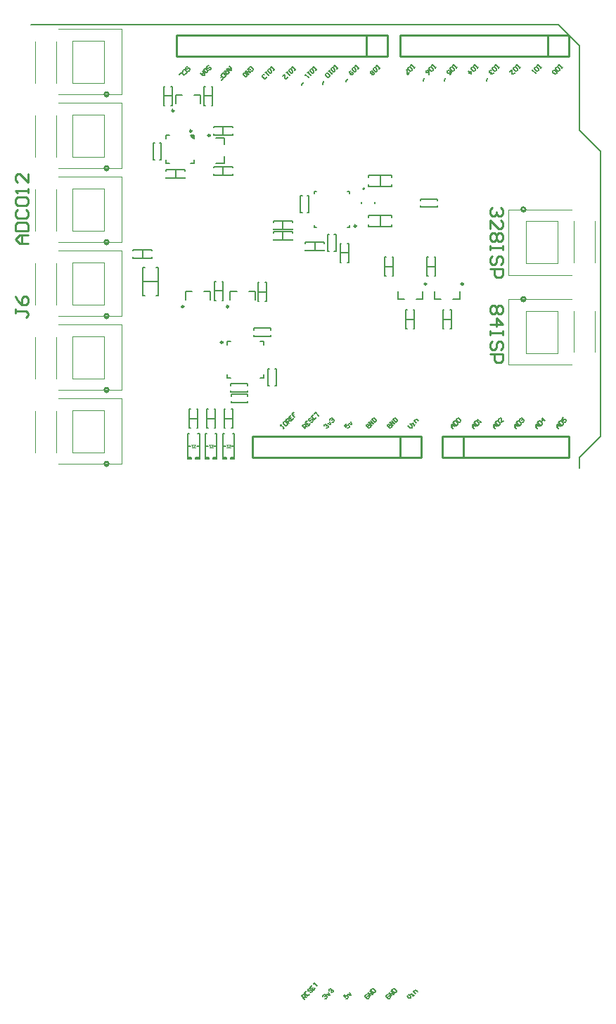
<source format=gto>
G04 Layer_Color=65535*
%FSLAX25Y25*%
%MOIN*%
G70*
G01*
G75*
%ADD39C,0.00200*%
%ADD40C,0.01000*%
%ADD45C,0.00984*%
%ADD46C,0.00787*%
%ADD47C,0.00591*%
%ADD48C,0.00394*%
%ADD49C,0.00500*%
G36*
X77193Y156118D02*
X76406D01*
X75618Y156905D01*
Y157693D01*
X77193D01*
Y156118D01*
D02*
G37*
D39*
X234500Y54500D02*
Y74500D01*
X249500Y54500D02*
Y74500D01*
X234500Y54500D02*
X249500D01*
X234500Y74500D02*
X249500D01*
X267201Y55000D02*
Y74500D01*
X257201Y55000D02*
Y74500D01*
X226301Y80000D02*
X256301D01*
X226301Y49000D02*
Y80000D01*
Y49000D02*
X256301D01*
X234500Y97000D02*
Y117000D01*
X249500Y97000D02*
Y117000D01*
X234500Y97000D02*
X249500D01*
X234500Y117000D02*
X249500D01*
X267201Y97500D02*
Y117000D01*
X257201Y97500D02*
Y117000D01*
X226301Y122500D02*
X256301D01*
X226301Y91500D02*
Y122500D01*
Y91500D02*
X256301D01*
X34500Y112500D02*
Y132500D01*
X19500Y112500D02*
Y132500D01*
X34500D01*
X19500Y112500D02*
X34500D01*
X1799D02*
Y132000D01*
X11799Y112500D02*
Y132000D01*
X12699Y107000D02*
X42699D01*
Y138000D01*
X12699D02*
X42699D01*
X34500Y77500D02*
Y97500D01*
X19500Y77500D02*
Y97500D01*
X34500D01*
X19500Y77500D02*
X34500D01*
X1799D02*
Y97000D01*
X11799Y77500D02*
Y97000D01*
X12699Y72000D02*
X42699D01*
Y103000D01*
X12699D02*
X42699D01*
X34500Y42500D02*
Y62500D01*
X19500Y42500D02*
Y62500D01*
X34500D01*
X19500Y42500D02*
X34500D01*
X1799D02*
Y62000D01*
X11799Y42500D02*
Y62000D01*
X12699Y37000D02*
X42699D01*
Y68000D01*
X12699D02*
X42699D01*
X34500Y7500D02*
Y27500D01*
X19500Y7500D02*
Y27500D01*
X34500D01*
X19500Y7500D02*
X34500D01*
X1799D02*
Y27000D01*
X11799Y7500D02*
Y27000D01*
X12699Y2000D02*
X42699D01*
Y33000D01*
X12699D02*
X42699D01*
X34500Y147500D02*
Y167500D01*
X19500Y147500D02*
Y167500D01*
X34500D01*
X19500Y147500D02*
X34500D01*
X1799D02*
Y167000D01*
X11799Y147500D02*
Y167000D01*
X12699Y142000D02*
X42699D01*
Y173000D01*
X12699D02*
X42699D01*
X34500Y182500D02*
Y202500D01*
X19500Y182500D02*
Y202500D01*
X34500D01*
X19500Y182500D02*
X34500D01*
X1799D02*
Y202000D01*
X11799Y182500D02*
Y202000D01*
X12699Y177000D02*
X42699D01*
Y208000D01*
X12699D02*
X42699D01*
D40*
X234301Y80000D02*
G03*
X234301Y80000I-1000J0D01*
G01*
Y122500D02*
G03*
X234301Y122500I-1000J0D01*
G01*
X36699Y107000D02*
G03*
X36699Y107000I-1000J0D01*
G01*
Y72000D02*
G03*
X36699Y72000I-1000J0D01*
G01*
Y37000D02*
G03*
X36699Y37000I-1000J0D01*
G01*
Y2000D02*
G03*
X36699Y2000I-1000J0D01*
G01*
Y142000D02*
G03*
X36699Y142000I-1000J0D01*
G01*
Y177000D02*
G03*
X36699Y177000I-1000J0D01*
G01*
X255000Y195000D02*
Y205000D01*
X175000Y195000D02*
X255000D01*
X175000D02*
Y205000D01*
X255000D01*
X245000Y195000D02*
Y205000D01*
X195000Y5000D02*
Y10000D01*
Y5000D02*
X205000D01*
Y15000D01*
X255000D01*
Y5000D02*
Y15000D01*
X205000Y5000D02*
X255000D01*
X195000Y15000D02*
X205000D01*
X195000Y10000D02*
Y15000D01*
X159000Y205000D02*
X169000D01*
X69000Y195000D02*
X159000D01*
X69000D02*
Y205000D01*
X159000D01*
Y195000D02*
Y205000D01*
Y195000D02*
X169000D01*
Y205000D01*
X175000Y5000D02*
Y15000D01*
X105000D02*
X185000D01*
X105000Y5000D02*
Y15000D01*
Y5000D02*
X185000D01*
Y15000D01*
X222498Y77000D02*
X223498Y76000D01*
Y74001D01*
X222498Y73001D01*
X221499D01*
X220499Y74001D01*
X219499Y73001D01*
X218500D01*
X217500Y74001D01*
Y76000D01*
X218500Y77000D01*
X219499D01*
X220499Y76000D01*
X221499Y77000D01*
X222498D01*
X220499Y76000D02*
Y74001D01*
X217500Y68003D02*
X223498D01*
X220499Y71002D01*
Y67003D01*
X223498Y65004D02*
Y63004D01*
Y64004D01*
X217500D01*
Y65004D01*
Y63004D01*
X222498Y56007D02*
X223498Y57007D01*
Y59006D01*
X222498Y60005D01*
X221499D01*
X220499Y59006D01*
Y57007D01*
X219499Y56007D01*
X218500D01*
X217500Y57007D01*
Y59006D01*
X218500Y60005D01*
X217500Y54007D02*
X223498D01*
Y51008D01*
X222498Y50009D01*
X220499D01*
X219499Y51008D01*
Y54007D01*
X222498Y123500D02*
X223498Y122500D01*
Y120501D01*
X222498Y119501D01*
X221499D01*
X220499Y120501D01*
Y121501D01*
Y120501D01*
X219499Y119501D01*
X218500D01*
X217500Y120501D01*
Y122500D01*
X218500Y123500D01*
X217500Y113503D02*
Y117502D01*
X221499Y113503D01*
X222498D01*
X223498Y114503D01*
Y116502D01*
X222498Y117502D01*
Y111504D02*
X223498Y110504D01*
Y108505D01*
X222498Y107505D01*
X221499D01*
X220499Y108505D01*
X219499Y107505D01*
X218500D01*
X217500Y108505D01*
Y110504D01*
X218500Y111504D01*
X219499D01*
X220499Y110504D01*
X221499Y111504D01*
X222498D01*
X220499Y110504D02*
Y108505D01*
X223498Y105506D02*
Y103507D01*
Y104506D01*
X217500D01*
Y105506D01*
Y103507D01*
X222498Y96509D02*
X223498Y97508D01*
Y99508D01*
X222498Y100507D01*
X221499D01*
X220499Y99508D01*
Y97508D01*
X219499Y96509D01*
X218500D01*
X217500Y97508D01*
Y99508D01*
X218500Y100507D01*
X217500Y94509D02*
X223498D01*
Y91510D01*
X222498Y90511D01*
X220499D01*
X219499Y91510D01*
Y94509D01*
X-1351Y106450D02*
X-5350D01*
X-7349Y108449D01*
X-5350Y110449D01*
X-1351D01*
X-4350D01*
Y106450D01*
X-7349Y112448D02*
X-1351D01*
Y115447D01*
X-2351Y116447D01*
X-6349D01*
X-7349Y115447D01*
Y112448D01*
X-6349Y122445D02*
X-7349Y121445D01*
Y119446D01*
X-6349Y118446D01*
X-2351D01*
X-1351Y119446D01*
Y121445D01*
X-2351Y122445D01*
X-6349Y124444D02*
X-7349Y125444D01*
Y127443D01*
X-6349Y128443D01*
X-2351D01*
X-1351Y127443D01*
Y125444D01*
X-2351Y124444D01*
X-6349D01*
X-1351Y130442D02*
Y132442D01*
Y131442D01*
X-7349D01*
X-6349Y130442D01*
X-1351Y139439D02*
Y135441D01*
X-5350Y139439D01*
X-6349D01*
X-7349Y138440D01*
Y136440D01*
X-6349Y135441D01*
X-7349Y75449D02*
Y73449D01*
Y74449D01*
X-2351D01*
X-1351Y73449D01*
Y72450D01*
X-2351Y71450D01*
X-7349Y81447D02*
X-6349Y79447D01*
X-4350Y77448D01*
X-2351D01*
X-1351Y78448D01*
Y80447D01*
X-2351Y81447D01*
X-3350D01*
X-4350Y80447D01*
Y77448D01*
D45*
X67647Y169312D02*
G03*
X67647Y169312I-492J0D01*
G01*
X204834Y87209D02*
G03*
X204834Y87209I-492J0D01*
G01*
X187334D02*
G03*
X187334Y87209I-492J0D01*
G01*
X93547Y76472D02*
G03*
X93547Y76472I-492J0D01*
G01*
X76110Y159661D02*
G03*
X76110Y159661I-492J0D01*
G01*
X90772Y59543D02*
G03*
X90772Y59543I-492J0D01*
G01*
X154016Y114626D02*
G03*
X154016Y114626I-492J0D01*
G01*
X72307Y76472D02*
G03*
X72307Y76472I-492J0D01*
G01*
X84804Y157585D02*
G03*
X84804Y157585I-492J0D01*
G01*
D46*
X157953Y132291D02*
G03*
X157953Y132291I-394J0D01*
G01*
X75618Y157693D02*
G03*
X77193Y156118I1575J0D01*
G01*
X77194Y176595D02*
X80246D01*
Y172658D02*
Y176595D01*
X68435D02*
X71486D01*
X68435Y172658D02*
Y176595D01*
X191252Y79925D02*
X194303D01*
X191252D02*
Y83862D01*
X200011Y79925D02*
X203063D01*
Y83862D01*
X173752Y79925D02*
X176803D01*
X173752D02*
Y83862D01*
X182511Y79925D02*
X185563D01*
Y83862D01*
X103094Y83756D02*
X106146D01*
Y79819D02*
Y83756D01*
X94335D02*
X97386D01*
X94335Y79819D02*
Y83756D01*
X75618Y144307D02*
X77193D01*
Y145882D01*
X63807Y144307D02*
Y145882D01*
Y144307D02*
X65382D01*
X63807Y157693D02*
X65382D01*
X63807Y156118D02*
Y157693D01*
X75618D02*
X77193D01*
Y156118D02*
Y157693D01*
X92839Y42811D02*
X94512D01*
X92839D02*
Y44484D01*
X108488Y42811D02*
X110161D01*
Y44484D01*
Y58461D02*
Y60134D01*
X108488D02*
X110161D01*
X92839D02*
X94512D01*
X92839Y58461D02*
Y60134D01*
X149882Y130965D02*
X150965D01*
Y129882D02*
Y130965D01*
X134035D02*
X135118D01*
X134035Y129882D02*
Y130965D01*
Y114035D02*
Y115118D01*
Y114035D02*
X135118D01*
X149882D02*
X150965D01*
Y115118D01*
X81854Y83756D02*
X84905D01*
Y79819D02*
Y83756D01*
X73094D02*
X76146D01*
X73094Y79819D02*
Y83756D01*
X91595Y144494D02*
Y147546D01*
X87658Y144494D02*
X91595D01*
Y153254D02*
Y156306D01*
X87658D02*
X91595D01*
D47*
X86500Y138862D02*
Y139362D01*
Y138862D02*
X95500D01*
Y139362D01*
Y142362D02*
Y142862D01*
X86500D02*
X95500D01*
X86500Y142362D02*
Y142862D01*
X91000Y138862D02*
Y142862D01*
X86750Y19000D02*
X87250D01*
Y28000D01*
X86750D02*
X87250D01*
X83250D02*
X83750D01*
X83250Y19000D02*
Y28000D01*
Y19000D02*
X83750D01*
X83250Y23500D02*
X87250D01*
X78500Y19000D02*
X79000D01*
Y28000D01*
X78500D02*
X79000D01*
X75000D02*
X75500D01*
X75000Y19000D02*
Y28000D01*
Y19000D02*
X75500D01*
X75000Y23500D02*
X79000D01*
X62700Y180800D02*
X63200D01*
X62700Y171800D02*
Y180800D01*
Y171800D02*
X63200D01*
X66200D02*
X66700D01*
Y180800D01*
X66200D02*
X66700D01*
X62700Y176300D02*
X66700D01*
X85400Y171800D02*
X85900D01*
Y180800D01*
X85400D02*
X85900D01*
X81900D02*
X82400D01*
X81900Y171800D02*
Y180800D01*
Y171800D02*
X82400D01*
X81900Y176300D02*
X85900D01*
X130000Y102980D02*
Y103480D01*
Y102980D02*
X139000D01*
Y103480D01*
Y106480D02*
Y106980D01*
X130000D02*
X139000D01*
X130000Y106480D02*
Y106980D01*
X134500Y102980D02*
Y106980D01*
X57264Y103000D02*
Y103500D01*
X48264D02*
X57264D01*
X48264Y103000D02*
Y103500D01*
Y99500D02*
Y100000D01*
Y99500D02*
X57264D01*
Y100000D01*
X52764Y99500D02*
Y103500D01*
X73000Y140862D02*
Y141362D01*
X64000D02*
X73000D01*
X64000Y140862D02*
Y141362D01*
Y137362D02*
Y137862D01*
Y137362D02*
X73000D01*
Y137862D01*
X68500Y137362D02*
Y141362D01*
X146500Y106500D02*
X147000D01*
X146500Y97500D02*
Y106500D01*
Y97500D02*
X147000D01*
X150000D02*
X150500D01*
Y106500D01*
X150000D02*
X150500D01*
X146500Y102000D02*
X150500D01*
X195157Y74917D02*
X195657D01*
X195157Y65917D02*
Y74917D01*
Y65917D02*
X195657D01*
X198657D02*
X199157D01*
Y74917D01*
X198657D02*
X199157D01*
X195157Y70417D02*
X199157D01*
X177657Y74917D02*
X178157D01*
X177657Y65917D02*
Y74917D01*
Y65917D02*
X178157D01*
X181157D02*
X181657D01*
Y74917D01*
X181157D02*
X181657D01*
X177657Y70417D02*
X181657D01*
X191157Y90917D02*
X191657D01*
Y99917D01*
X191157D02*
X191657D01*
X187657D02*
X188157D01*
X187657Y90917D02*
Y99917D01*
Y90917D02*
X188157D01*
X187657Y95417D02*
X191657D01*
X171157Y90917D02*
X171657D01*
Y99917D01*
X171157D02*
X171657D01*
X167657D02*
X168157D01*
X167657Y90917D02*
Y99917D01*
Y90917D02*
X168157D01*
X167657Y95417D02*
X171657D01*
X140532Y110650D02*
X141319D01*
X140532Y102776D02*
Y110650D01*
Y102776D02*
X141319D01*
X143681D02*
X144468D01*
Y110650D01*
X143681D02*
X144468D01*
X52957Y88500D02*
X60043D01*
X52957Y81807D02*
X53744D01*
X52957D02*
Y95193D01*
X53744D01*
X59256Y81807D02*
X60043D01*
Y95193D01*
X59256D02*
X60043D01*
X57731Y154005D02*
X58519D01*
X57731Y146131D02*
Y154005D01*
Y146131D02*
X58519D01*
X60881D02*
X61668D01*
Y154005D01*
X60881D02*
X61668D01*
X159988Y114224D02*
Y115405D01*
Y114224D02*
X171012D01*
Y115405D01*
Y118555D02*
Y119736D01*
X159988D02*
X171012D01*
X159988Y118555D02*
Y119736D01*
X165500Y114224D02*
Y119736D01*
X171012Y137555D02*
Y138736D01*
X159988D02*
X171012D01*
X159988Y137555D02*
Y138736D01*
Y133224D02*
Y134406D01*
Y133224D02*
X171012D01*
Y134406D01*
X165500Y133224D02*
Y138736D01*
X184563Y123531D02*
Y124319D01*
Y123531D02*
X192437D01*
Y124319D01*
Y126681D02*
Y127469D01*
X184563D02*
X192437D01*
X184563Y126681D02*
Y127469D01*
X127631Y128950D02*
X128419D01*
X127631Y121076D02*
Y128950D01*
Y121076D02*
X128419D01*
X130781D02*
X131569D01*
Y128950D01*
X130781D02*
X131569D01*
X86628Y10500D02*
X88006D01*
X82494D02*
X83872D01*
X82494Y16500D02*
X83250D01*
X82494Y4594D02*
Y16500D01*
Y5000D02*
X84250D01*
X86250D02*
X88006D01*
Y4594D02*
Y16500D01*
X87250D02*
X88006D01*
X82494Y4500D02*
Y5000D01*
Y4500D02*
X84250D01*
Y5000D01*
X88006Y4500D02*
Y5000D01*
X86250Y4500D02*
X88006D01*
X86250D02*
Y5000D01*
X78378Y10500D02*
X79756D01*
X74244D02*
X75622D01*
X74244Y16500D02*
X75000D01*
X74244Y4594D02*
Y16500D01*
Y5000D02*
X76000D01*
X78000D02*
X79756D01*
Y4594D02*
Y16500D01*
X79000D02*
X79756D01*
X74244Y4500D02*
Y5000D01*
Y4500D02*
X76000D01*
Y5000D01*
X79756Y4500D02*
Y5000D01*
X78000Y4500D02*
X79756D01*
X78000D02*
Y5000D01*
X90500Y79472D02*
X91000D01*
Y88472D01*
X90500D02*
X91000D01*
X87000D02*
X87500D01*
X87000Y79472D02*
Y88472D01*
Y79472D02*
X87500D01*
X87000Y83972D02*
X91000D01*
X111000Y78961D02*
X111500D01*
Y87961D01*
X111000D02*
X111500D01*
X107500D02*
X108000D01*
X107500Y78961D02*
Y87961D01*
Y78961D02*
X108000D01*
X107500Y83461D02*
X111500D01*
X105695Y65453D02*
Y66241D01*
X113569D01*
Y65453D02*
Y66241D01*
Y62304D02*
Y63091D01*
X105695Y62304D02*
X113569D01*
X105695D02*
Y63091D01*
X112232Y39135D02*
X113019D01*
X112232D02*
Y47009D01*
X113019D01*
X115381D02*
X116168D01*
Y39135D02*
Y47009D01*
X115381Y39135D02*
X116168D01*
X102437Y36004D02*
Y36791D01*
X94563Y36004D02*
X102437D01*
X94563D02*
Y36791D01*
Y39154D02*
Y39941D01*
X102437D01*
Y39154D02*
Y39941D01*
X94795Y34181D02*
Y34969D01*
X102669D01*
Y34181D02*
Y34969D01*
Y31032D02*
Y31819D01*
X94795Y31032D02*
X102669D01*
X94795D02*
Y31819D01*
X119236Y107980D02*
Y111980D01*
X123736Y107980D02*
Y108480D01*
X114736Y107980D02*
X123736D01*
X114736D02*
Y108480D01*
Y111480D02*
Y111980D01*
X123736D01*
Y111480D02*
Y111980D01*
X119236Y112980D02*
Y116980D01*
X123736Y112980D02*
Y113480D01*
X114736Y112980D02*
X123736D01*
X114736D02*
Y113480D01*
Y116480D02*
Y116980D01*
X123736D01*
Y116480D02*
Y116980D01*
X94500Y4500D02*
Y5000D01*
Y4500D02*
X96256D01*
Y5000D01*
X92500Y4500D02*
Y5000D01*
X90744Y4500D02*
X92500D01*
X90744D02*
Y5000D01*
X95500Y16500D02*
X96256D01*
Y4594D02*
Y16500D01*
X94500Y5000D02*
X96256D01*
X90744D02*
X92500D01*
X90744Y4594D02*
Y16500D01*
X91500D01*
X90744Y10500D02*
X92122D01*
X94878D02*
X96256D01*
X95500Y161362D02*
Y161862D01*
X86500D02*
X95500D01*
X86500Y161362D02*
Y161862D01*
Y157862D02*
Y158362D01*
Y157862D02*
X95500D01*
Y158362D01*
X91000Y157862D02*
Y161862D01*
X91500Y23500D02*
X95500D01*
X91500Y19000D02*
X92000D01*
X91500D02*
Y28000D01*
X92000D01*
X95000D02*
X95500D01*
Y19000D02*
Y28000D01*
X95000Y19000D02*
X95500D01*
D48*
X84266Y11189D02*
X85250Y9811D01*
X84266Y11189D02*
X85250D01*
X84364Y9811D02*
X85250D01*
X86136D01*
X85250Y11189D02*
X86234D01*
X85250Y9811D02*
X86234Y11189D01*
X76016D02*
X77000Y9811D01*
X76016Y11189D02*
X77000D01*
X76114Y9811D02*
X77000D01*
X77886D01*
X77000Y11189D02*
X77984D01*
X77000Y9811D02*
X77984Y11189D01*
X93500Y9811D02*
X94484Y11189D01*
X93500D02*
X94484D01*
X93500Y9811D02*
X94386D01*
X92614D02*
X93500D01*
X92516Y11189D02*
X93500D01*
X92516D02*
X93500Y9811D01*
D49*
X156575Y125402D02*
Y126189D01*
X162874Y125402D02*
Y126189D01*
X0Y210000D02*
X250000D01*
X260000Y200000D01*
Y160000D02*
Y200000D01*
Y160000D02*
X270000Y150000D01*
Y15000D02*
Y150000D01*
X260000Y5000D02*
X270000Y15000D01*
X260000Y0D02*
Y5000D01*
X74236Y188172D02*
X74707D01*
X75178Y188644D01*
X75178Y189115D01*
X74942Y189350D01*
X74471Y189350D01*
X74000Y188879D01*
X73529Y188879D01*
X73293Y189115D01*
X73293Y189586D01*
X73764Y190057D01*
X74236D01*
X72822Y186758D02*
X73293D01*
X73764Y187230D01*
X73764Y187701D01*
X72822Y188644D01*
X72351D01*
X71879Y188172D01*
Y187701D01*
X72586Y186052D02*
X71172Y187465D01*
X70230Y186523D01*
X84236Y188672D02*
X84707D01*
X85178Y189144D01*
X85178Y189615D01*
X84943Y189850D01*
X84471Y189850D01*
X84000Y189379D01*
X83529Y189379D01*
X83293Y189615D01*
X83293Y190086D01*
X83764Y190557D01*
X84236D01*
X84000Y187965D02*
X82586Y189379D01*
X81879Y188672D01*
Y188201D01*
X82822Y187259D01*
X83293D01*
X84000Y187965D01*
X81173D02*
X82115Y187023D01*
Y186080D01*
X81173D01*
X80230Y187023D01*
X80937Y186316D01*
X81879Y187259D01*
X118086Y20121D02*
X118558Y20592D01*
X118322Y20357D01*
X119736Y18943D01*
X119500Y18707D01*
X119971Y19178D01*
X119971Y22006D02*
X119500Y21535D01*
X119500Y21063D01*
X120442Y20121D01*
X120914D01*
X121385Y20592D01*
Y21063D01*
X120442Y22006D01*
X119971D01*
X122092Y21299D02*
X120678Y22713D01*
X121385Y23420D01*
X121856D01*
X122327Y22948D01*
Y22477D01*
X121621Y21770D01*
X122092Y22242D02*
X123034D01*
Y25069D02*
X122092Y24126D01*
X123506Y22713D01*
X124448Y23655D01*
X122799Y23420D02*
X123270Y23891D01*
X124448Y26483D02*
X123506Y25540D01*
X124213Y24833D01*
X124684Y25305D01*
X124213Y24833D01*
X124919Y24126D01*
X129500Y-251500D02*
X128086Y-250086D01*
X128793Y-249379D01*
X129264D01*
X129736Y-249851D01*
X129736Y-250322D01*
X129029Y-251029D01*
X129500Y-250557D02*
X130443D01*
Y-247730D02*
X129500Y-248673D01*
X130914Y-250086D01*
X131856Y-249144D01*
X130207Y-249379D02*
X130678Y-248908D01*
X132092Y-246552D02*
X131621D01*
X131149Y-247023D01*
Y-247494D01*
X131385Y-247730D01*
X131856Y-247730D01*
X132327Y-247259D01*
X132799Y-247259D01*
X133034Y-247494D01*
X133034Y-247966D01*
X132563Y-248437D01*
X132092D01*
X133270Y-244902D02*
X132327Y-245845D01*
X133741Y-247259D01*
X134684Y-246316D01*
X133034Y-246552D02*
X133506Y-246081D01*
X133741Y-244431D02*
X134684Y-243489D01*
X134213Y-243960D01*
X135626Y-245374D01*
X138322Y-250322D02*
X138322Y-249851D01*
X138793Y-249379D01*
X139264D01*
X139500Y-249615D01*
Y-250086D01*
X139264Y-250322D01*
X139500Y-250086D01*
X139971Y-250086D01*
X140207Y-250322D01*
X140207Y-250793D01*
X139736Y-251264D01*
X139264D01*
X139971Y-249144D02*
X141385Y-249615D01*
X140914Y-248201D01*
X141149Y-247494D02*
Y-247023D01*
X141621Y-246552D01*
X142092D01*
X142327Y-246788D01*
Y-247259D01*
X142092Y-247494D01*
X142327Y-247259D01*
X142799Y-247259D01*
X143034Y-247494D01*
X143034Y-247966D01*
X142563Y-248437D01*
X142092D01*
X149029Y-249144D02*
X148086Y-250086D01*
X148793Y-250793D01*
X149029Y-250086D01*
X149264Y-249851D01*
X149736D01*
X150207Y-250322D01*
X150207Y-250793D01*
X149736Y-251264D01*
X149264D01*
X149971Y-249144D02*
X151385Y-249615D01*
X150914Y-248201D01*
X159264Y-249379D02*
X158793D01*
X158322Y-249851D01*
X158322Y-250322D01*
X159264Y-251264D01*
X159736D01*
X160207Y-250793D01*
X160207Y-250322D01*
X159736Y-249851D01*
X159264Y-250322D01*
X160914Y-250086D02*
X159500Y-248673D01*
X161856Y-249144D01*
X160442Y-247730D01*
X160914Y-247259D02*
X162328Y-248673D01*
X163034Y-247966D01*
X163034Y-247494D01*
X162092Y-246552D01*
X161621D01*
X160914Y-247259D01*
X169264Y-249379D02*
X168793D01*
X168322Y-249851D01*
X168322Y-250322D01*
X169264Y-251264D01*
X169736D01*
X170207Y-250793D01*
X170207Y-250322D01*
X169736Y-249851D01*
X169264Y-250322D01*
X170914Y-250086D02*
X169500Y-248673D01*
X171856Y-249144D01*
X170442Y-247730D01*
X170914Y-247259D02*
X172327Y-248673D01*
X173034Y-247966D01*
X173034Y-247494D01*
X172092Y-246552D01*
X171621D01*
X170914Y-247259D01*
X178086Y-250086D02*
X179029Y-251029D01*
X179971D01*
Y-250086D01*
X179029Y-249144D01*
X180914Y-250086D02*
X181385Y-249615D01*
X181149Y-249851D01*
X180207Y-248908D01*
X179971Y-249144D01*
X182092Y-248908D02*
X181149Y-247966D01*
X181856Y-247259D01*
X182327D01*
X183034Y-247966D01*
X130000Y18707D02*
X128586Y20121D01*
X129293Y20828D01*
X129764D01*
X130236Y20357D01*
X130236Y19885D01*
X129529Y19178D01*
X130000Y19650D02*
X130942D01*
Y22477D02*
X130000Y21535D01*
X131414Y20121D01*
X132356Y21063D01*
X130707Y20828D02*
X131178Y21299D01*
X132592Y23655D02*
X132121D01*
X131649Y23184D01*
Y22713D01*
X131885Y22477D01*
X132356Y22477D01*
X132827Y22948D01*
X133299Y22948D01*
X133534Y22713D01*
X133534Y22242D01*
X133063Y21770D01*
X132592D01*
X133770Y25305D02*
X132827Y24362D01*
X134241Y22948D01*
X135184Y23891D01*
X133534Y23655D02*
X134006Y24126D01*
X134241Y25776D02*
X135184Y26718D01*
X134713Y26247D01*
X136126Y24833D01*
X138822Y19885D02*
X138822Y20357D01*
X139293Y20828D01*
X139764D01*
X140000Y20592D01*
Y20121D01*
X139764Y19885D01*
X140000Y20121D01*
X140471Y20121D01*
X140707Y19885D01*
X140707Y19414D01*
X140236Y18943D01*
X139764D01*
X140471Y21063D02*
X141885Y20592D01*
X141414Y22006D01*
X141649Y22713D02*
Y23184D01*
X142121Y23655D01*
X142592D01*
X142827Y23420D01*
Y22948D01*
X142592Y22713D01*
X142827Y22948D01*
X143299Y22948D01*
X143534Y22713D01*
X143534Y22242D01*
X143063Y21770D01*
X142592D01*
X149529Y21063D02*
X148586Y20121D01*
X149293Y19414D01*
X149529Y20121D01*
X149764Y20357D01*
X150236D01*
X150707Y19885D01*
X150707Y19414D01*
X150236Y18943D01*
X149764D01*
X150471Y21063D02*
X151885Y20592D01*
X151414Y22006D01*
X159764Y20828D02*
X159293D01*
X158822Y20357D01*
X158822Y19885D01*
X159764Y18943D01*
X160236D01*
X160707Y19414D01*
X160707Y19885D01*
X160236Y20357D01*
X159764Y19885D01*
X161414Y20121D02*
X160000Y21535D01*
X162356Y21063D01*
X160942Y22477D01*
X161414Y22948D02*
X162828Y21535D01*
X163534Y22242D01*
X163534Y22713D01*
X162592Y23655D01*
X162121D01*
X161414Y22948D01*
X169764Y20828D02*
X169293D01*
X168822Y20357D01*
X168822Y19885D01*
X169764Y18943D01*
X170236D01*
X170707Y19414D01*
X170707Y19885D01*
X170236Y20357D01*
X169764Y19885D01*
X171414Y20121D02*
X170000Y21535D01*
X172356Y21063D01*
X170942Y22477D01*
X171414Y22948D02*
X172827Y21535D01*
X173534Y22242D01*
X173534Y22713D01*
X172592Y23655D01*
X172121D01*
X171414Y22948D01*
X178586Y20121D02*
X179529Y19178D01*
X180471D01*
Y20121D01*
X179529Y21063D01*
X181414Y20121D02*
X181885Y20592D01*
X181649Y20357D01*
X180707Y21299D01*
X180471Y21063D01*
X182592Y21299D02*
X181649Y22242D01*
X182356Y22948D01*
X182827D01*
X183534Y22242D01*
X200000Y18707D02*
X199057Y19650D01*
Y20592D01*
X200000D01*
X200942Y19650D01*
X200236Y20357D01*
X199293Y19414D01*
X200000Y21535D02*
X201414Y20121D01*
X202121Y20828D01*
Y21299D01*
X201178Y22242D01*
X200707D01*
X200000Y21535D01*
X201649Y22713D02*
Y23184D01*
X202121Y23655D01*
X202592D01*
X203534Y22713D01*
X203534Y22242D01*
X203063Y21770D01*
X202592D01*
X201649Y22713D01*
X210000Y18707D02*
X209057Y19650D01*
Y20592D01*
X210000D01*
X210943Y19650D01*
X210236Y20357D01*
X209293Y19414D01*
X210000Y21535D02*
X211414Y20121D01*
X212121Y20828D01*
Y21299D01*
X211178Y22242D01*
X210707D01*
X210000Y21535D01*
X212827D02*
X213299Y22006D01*
X213063Y21770D01*
X211649Y23184D01*
Y22713D01*
X220000Y18707D02*
X219057Y19650D01*
Y20592D01*
X220000D01*
X220942Y19650D01*
X220236Y20357D01*
X219293Y19414D01*
X220000Y21535D02*
X221414Y20121D01*
X222121Y20828D01*
Y21299D01*
X221178Y22242D01*
X220707D01*
X220000Y21535D01*
X223770Y22477D02*
X222828Y21535D01*
Y23420D01*
X222592Y23655D01*
X222121D01*
X221649Y23184D01*
Y22713D01*
X230000Y18707D02*
X229058Y19650D01*
Y20592D01*
X230000D01*
X230943Y19650D01*
X230236Y20357D01*
X229293Y19414D01*
X230000Y21535D02*
X231414Y20121D01*
X232121Y20828D01*
Y21299D01*
X231178Y22242D01*
X230707D01*
X230000Y21535D01*
X231649Y22713D02*
Y23184D01*
X232121Y23655D01*
X232592D01*
X232827Y23420D01*
Y22948D01*
X232592Y22713D01*
X232827Y22948D01*
X233299Y22948D01*
X233534Y22713D01*
X233534Y22242D01*
X233063Y21770D01*
X232592D01*
X240000Y18707D02*
X239057Y19650D01*
Y20592D01*
X240000D01*
X240943Y19650D01*
X240236Y20357D01*
X239293Y19414D01*
X240000Y21535D02*
X241414Y20121D01*
X242121Y20828D01*
Y21299D01*
X241178Y22242D01*
X240707D01*
X240000Y21535D01*
X243534Y22242D02*
X242121Y23655D01*
Y22242D01*
X243063Y23184D01*
X250000Y18707D02*
X249058Y19650D01*
Y20592D01*
X250000D01*
X250942Y19650D01*
X250236Y20357D01*
X249293Y19414D01*
X250000Y21535D02*
X251414Y20121D01*
X252121Y20828D01*
Y21299D01*
X251178Y22242D01*
X250707D01*
X250000Y21535D01*
X252356Y23891D02*
X251414Y22948D01*
X252121Y22242D01*
X252356Y22948D01*
X252592Y23184D01*
X253063D01*
X253534Y22713D01*
X253534Y22242D01*
X253063Y21770D01*
X252592D01*
X251914Y189879D02*
X251443Y189408D01*
X251678Y189644D01*
X250264Y191057D01*
X250500Y191293D01*
X250029Y190822D01*
X250029Y187994D02*
X250500Y188465D01*
X250500Y188937D01*
X249557Y189879D01*
X249086D01*
X248615Y189408D01*
Y188937D01*
X249557Y187994D01*
X250029D01*
X249086Y187523D02*
X249086Y187052D01*
X248615Y186580D01*
X248144D01*
X247201Y187523D01*
X247201Y187994D01*
X247673Y188465D01*
X248144D01*
X249086Y187523D01*
X241914Y189879D02*
X241442Y189408D01*
X241678Y189644D01*
X240264Y191057D01*
X240500Y191293D01*
X240029Y190822D01*
X240029Y187994D02*
X240500Y188465D01*
X240500Y188937D01*
X239558Y189879D01*
X239086D01*
X238615Y189408D01*
Y188937D01*
X239558Y187994D01*
X240029D01*
X237908Y188701D02*
X237437Y188230D01*
X237672Y188465D01*
X239086Y187052D01*
X239086Y187523D01*
X231914Y189879D02*
X231442Y189408D01*
X231678Y189644D01*
X230264Y191057D01*
X230500Y191293D01*
X230029Y190822D01*
X230029Y187994D02*
X230500Y188465D01*
X230500Y188937D01*
X229557Y189879D01*
X229086D01*
X228615Y189408D01*
Y188937D01*
X229557Y187994D01*
X230029D01*
X226966Y187759D02*
X227908Y188701D01*
Y186816D01*
X228144Y186580D01*
X228615D01*
X229086Y187052D01*
X229086Y187523D01*
X221914Y189879D02*
X221443Y189408D01*
X221678Y189644D01*
X220264Y191057D01*
X220500Y191293D01*
X220029Y190822D01*
X220029Y187994D02*
X220500Y188465D01*
X220500Y188937D01*
X219557Y189879D01*
X219086D01*
X218615Y189408D01*
Y188937D01*
X219557Y187994D01*
X220029D01*
X219086Y187523D02*
X219086Y187052D01*
X218615Y186580D01*
X218144D01*
X217908Y186816D01*
Y187287D01*
X218144Y187523D01*
X217908Y187287D01*
X217437Y187287D01*
X217201Y187523D01*
X217201Y187994D01*
X217672Y188465D01*
X218144D01*
X216259Y184695D02*
X216259Y184224D01*
X215788Y183753D01*
X215788Y183282D01*
X211914Y189879D02*
X211442Y189408D01*
X211678Y189644D01*
X210264Y191057D01*
X210500Y191293D01*
X210029Y190822D01*
X210029Y187994D02*
X210500Y188465D01*
X210500Y188937D01*
X209558Y189879D01*
X209086D01*
X208615Y189408D01*
Y188937D01*
X209558Y187994D01*
X210029D01*
X207201D02*
X208615Y186580D01*
Y187994D01*
X207673Y187052D01*
X201914Y189879D02*
X201443Y189408D01*
X201678Y189644D01*
X200264Y191057D01*
X200500Y191293D01*
X200029Y190822D01*
X200029Y187994D02*
X200500Y188465D01*
X200500Y188937D01*
X199557Y189879D01*
X199086D01*
X198615Y189408D01*
Y188937D01*
X199557Y187994D01*
X200029D01*
X198379Y186345D02*
X199322Y187287D01*
X198615Y187994D01*
X198379Y187287D01*
X198144Y187052D01*
X197672D01*
X197201Y187523D01*
X197201Y187994D01*
X197672Y188465D01*
X198144D01*
X196259Y184695D02*
X196259Y184224D01*
X195788Y183753D01*
X195788Y183282D01*
X191914Y189879D02*
X191443Y189408D01*
X191678Y189644D01*
X190264Y191057D01*
X190500Y191293D01*
X190029Y190822D01*
X190029Y187994D02*
X190500Y188465D01*
X190500Y188937D01*
X189558Y189879D01*
X189086D01*
X188615Y189408D01*
Y188937D01*
X189558Y187994D01*
X190029D01*
X188379Y186345D02*
X188615Y187052D01*
Y187994D01*
X188144Y188465D01*
X187672D01*
X187201Y187994D01*
X187201Y187523D01*
X187437Y187287D01*
X187908Y187287D01*
X188615Y187994D01*
X186259Y184695D02*
X186259Y184224D01*
X185787Y183753D01*
X185787Y183282D01*
X181914Y189879D02*
X181442Y189408D01*
X181678Y189644D01*
X180264Y191057D01*
X180500Y191293D01*
X180029Y190822D01*
X180029Y187994D02*
X180500Y188465D01*
X180500Y188937D01*
X179558Y189879D01*
X179086D01*
X178615Y189408D01*
Y188937D01*
X179558Y187994D01*
X180029D01*
X179322Y187287D02*
X178379Y186345D01*
X178144Y186580D01*
Y188465D01*
X177908Y188701D01*
X165414Y189586D02*
X164943Y189115D01*
X165178Y189351D01*
X163764Y190764D01*
X164000Y191000D01*
X163529Y190529D01*
X163529Y187701D02*
X164000Y188172D01*
X164000Y188644D01*
X163057Y189586D01*
X162586D01*
X162115Y189115D01*
Y188644D01*
X163057Y187701D01*
X163529D01*
X162586Y187230D02*
X162586Y186759D01*
X162115Y186287D01*
X161644D01*
X161408Y186523D01*
Y186994D01*
X160937Y186994D01*
X160701Y187230D01*
X160701Y187701D01*
X161172Y188172D01*
X161644D01*
X161879Y187937D01*
Y187466D01*
X162351Y187466D01*
X162586Y187230D01*
X161879Y187466D02*
X161408Y186994D01*
X155414Y189586D02*
X154943Y189115D01*
X155178Y189351D01*
X153764Y190764D01*
X154000Y191000D01*
X153529Y190529D01*
X153529Y187701D02*
X154000Y188172D01*
X154000Y188644D01*
X153058Y189586D01*
X152586D01*
X152115Y189115D01*
Y188644D01*
X153058Y187701D01*
X153529D01*
X151644Y188172D02*
X151172D01*
X150701Y187701D01*
X150701Y187230D01*
X151644Y186287D01*
X152115D01*
X152586Y186759D01*
X152586Y187230D01*
X152351Y187466D01*
X151879Y187466D01*
X151172Y186759D01*
X149759Y184403D02*
X149759Y183931D01*
X149287Y183460D01*
X149287Y182989D01*
X145414Y189586D02*
X144942Y189115D01*
X145178Y189351D01*
X143764Y190764D01*
X144000Y191000D01*
X143529Y190529D01*
X143529Y187701D02*
X144000Y188172D01*
X144000Y188644D01*
X143058Y189586D01*
X142586D01*
X142115Y189115D01*
Y188644D01*
X143058Y187701D01*
X143529D01*
X141408Y188408D02*
X140937Y187937D01*
X141173Y188172D01*
X142586Y186759D01*
X142586Y187230D01*
X141408Y186052D02*
Y185581D01*
X140937Y185109D01*
X140466D01*
X139523Y186052D01*
X139523Y186523D01*
X139994Y186994D01*
X140466D01*
X141408Y186052D01*
X138581Y183224D02*
X138581Y182753D01*
X138109Y182282D01*
X138109Y181811D01*
X135414Y188879D02*
X134942Y188408D01*
X135178Y188644D01*
X133764Y190057D01*
X134000Y190293D01*
X133529Y189822D01*
X133529Y186994D02*
X134000Y187465D01*
X134000Y187937D01*
X133057Y188879D01*
X132586D01*
X132115Y188408D01*
Y187937D01*
X133057Y186994D01*
X133529D01*
X131408Y187701D02*
X130937Y187230D01*
X131173Y187465D01*
X132586Y186052D01*
X132586Y186523D01*
X130230D02*
X129759Y186052D01*
X129994Y186287D01*
X131408Y184873D01*
Y185345D01*
X128816Y182753D02*
X128816Y182282D01*
X128345Y181810D01*
X128345Y181339D01*
X125414Y188879D02*
X124943Y188408D01*
X125178Y188644D01*
X123764Y190057D01*
X124000Y190293D01*
X123529Y189822D01*
X123529Y186994D02*
X124000Y187465D01*
X124000Y187937D01*
X123057Y188879D01*
X122586D01*
X122115Y188408D01*
Y187937D01*
X123057Y186994D01*
X123529D01*
X121408Y187701D02*
X120937Y187230D01*
X121172Y187465D01*
X122586Y186052D01*
X122586Y186523D01*
X119288Y185580D02*
X120230Y186523D01*
Y184638D01*
X120466Y184402D01*
X120937D01*
X121408Y184873D01*
Y185345D01*
X115414Y188879D02*
X114943Y188408D01*
X115178Y188644D01*
X113764Y190057D01*
X114000Y190293D01*
X113529Y189822D01*
X113529Y186994D02*
X114000Y187465D01*
X114000Y187937D01*
X113057Y188879D01*
X112586D01*
X112115Y188408D01*
Y187937D01*
X113057Y186994D01*
X113529D01*
X111408Y187701D02*
X110937Y187230D01*
X111172Y187465D01*
X112586Y186052D01*
X112586Y186523D01*
X111408Y185345D02*
Y184873D01*
X110937Y184402D01*
X110466D01*
X110230Y184638D01*
Y185109D01*
X110466Y185345D01*
X110230Y185109D01*
X109759Y185109D01*
X109523Y185345D01*
X109523Y185816D01*
X109994Y186287D01*
X110466D01*
X104236Y188172D02*
X104707D01*
X105178Y188644D01*
X105178Y189115D01*
X104236Y190057D01*
X103764D01*
X103293Y189586D01*
X103293Y189115D01*
X103764Y188644D01*
X104236Y189115D01*
X102586Y188879D02*
X104000Y187465D01*
X101644Y187937D01*
X103058Y186523D01*
X102586Y186052D02*
X101172Y187465D01*
X100466Y186758D01*
X100466Y186287D01*
X101408Y185345D01*
X101879D01*
X102586Y186052D01*
X94000Y190293D02*
X94942Y189350D01*
Y188408D01*
X94000D01*
X93058Y189350D01*
X93764Y188644D01*
X94707Y189586D01*
X92586Y188879D02*
X94000Y187465D01*
X93293Y186758D01*
X92822D01*
X92351Y187230D01*
Y187701D01*
X93058Y188408D01*
X92586Y187937D02*
X91644D01*
Y185109D02*
X92586Y186052D01*
X91172Y187465D01*
X90230Y186523D01*
X91879Y186758D02*
X91408Y186287D01*
X90230Y183695D02*
X91172Y184638D01*
X90466Y185345D01*
X89994Y184873D01*
X90466Y185345D01*
X89759Y186052D01*
M02*

</source>
